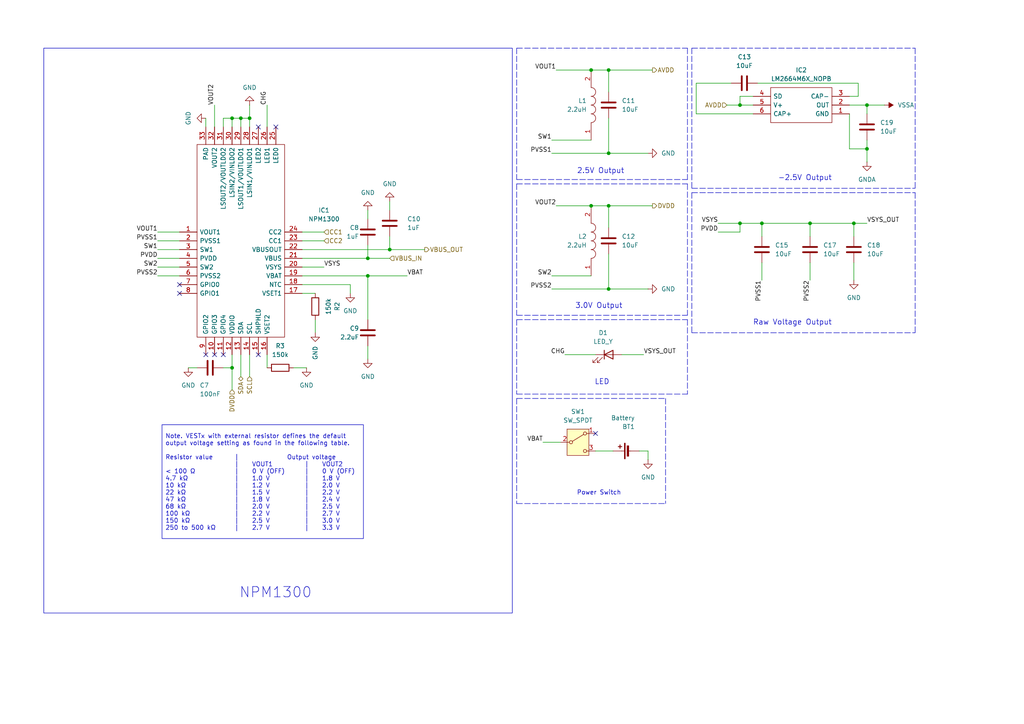
<source format=kicad_sch>
(kicad_sch (version 20231120) (generator "eeschema") (generator_version "8.0")
  (paper "A4")
  (lib_symbols
    (symbol "Device:Battery_Cell" (pin_numbers hide) (pin_names (offset 0) hide)
      (property "Reference" "BT" (at 2.54 2.54 0))
      (property "Value" "Battery_Cell" (at 2.54 0 0))
      (symbol "Battery_Cell_0_1"
        (rectangle (start -2.286 1.778) (end 2.286 1.524) (fill (type outline)))
        (rectangle (start -1.524 1.016) (end 1.524 0.508) (fill (type outline)))
        (polyline (pts (xy 0 0.762) (xy 0 0)))
        (polyline (pts (xy 0 1.778) (xy 0 2.54)))
        (polyline (pts (xy 0.762 3.048) (xy 1.778 3.048)) (stroke (width 0.254)))
        (polyline (pts (xy 1.27 3.556) (xy 1.27 2.54)) (stroke (width 0.254)))
      )
      (symbol "Battery_Cell_1_1"
        (pin passive line (at 0 5.08 270) (length 2.54) (name "+") (number "1"))
        (pin passive line (at 0 -2.54 90) (length 2.54) (name "-") (number "2"))
      )
    )
    (symbol "Device:C" (pin_numbers hide) (pin_names (offset 0.254))
      (property "Reference" "C" (at 0.635 2.54 0))
      (property "Value" "C" (at 0.635 -2.54 0))
      (symbol "C_0_1"
        (polyline (pts (xy -2.032 -0.762) (xy 2.032 -0.762)) (stroke (width 0.508)))
        (polyline (pts (xy -2.032 0.762) (xy 2.032 0.762)) (stroke (width 0.508)))
      )
      (symbol "C_1_1"
        (pin passive line (at 0 3.81 270) (length 2.794) (name "~") (number "1"))
        (pin passive line (at 0 -3.81 90) (length 2.794) (name "~") (number "2"))
      )
    )
    (symbol "Device:LED" (pin_numbers hide) (pin_names (offset 1.016) hide)
      (property "Reference" "D" (at 0 2.54 0))
      (property "Value" "LED" (at 0 -2.54 0))
      (symbol "LED_0_1"
        (polyline (pts (xy -1.27 -1.27) (xy -1.27 1.27)) (stroke (width 0.254)))
        (polyline (pts (xy -1.27 0) (xy 1.27 0)))
        (polyline (pts (xy 1.27 -1.27) (xy 1.27 1.27) (xy -1.27 0) (xy 1.27 -1.27)) (stroke (width 0.254)))
        (polyline (pts (xy -3.048 -0.762) (xy -4.572 -2.286) (xy -3.81 -2.286) (xy -4.572 -2.286) (xy -4.572 -1.524)))
        (polyline (pts (xy -1.778 -0.762) (xy -3.302 -2.286) (xy -2.54 -2.286) (xy -3.302 -2.286) (xy -3.302 -1.524)))
      )
      (symbol "LED_1_1"
        (pin passive line (at -3.81 0 0) (length 2.54) (name "K") (number "1"))
        (pin passive line (at 3.81 0 180) (length 2.54) (name "A") (number "2"))
      )
    )
    (symbol "Device:R" (pin_numbers hide) (pin_names (offset 0))
      (property "Reference" "R" (at 2.032 0 90))
      (property "Value" "R" (at 0 0 90))
      (symbol "R_0_1"
        (rectangle (start -1.016 -2.54) (end 1.016 2.54) (stroke (width 0.254)))
      )
      (symbol "R_1_1"
        (pin passive line (at 0 3.81 270) (length 1.27) (name "~") (number "1"))
        (pin passive line (at 0 -3.81 90) (length 1.27) (name "~") (number "2"))
      )
    )
    (symbol "LM2664M6X_NOPB:LM2664M6X_NOPB" (pin_names (offset 0.762))
      (property "Reference" "IC" (at 24.13 7.62 0))
      (property "Value" "LM2664M6X_NOPB" (at 24.13 5.08 0))
      (symbol "LM2664M6X_NOPB_0_0"
        (pin passive line (at 0 0 0) (length 5.08) (name "GND") (number "1"))
        (pin passive line (at 0 -2.54 0) (length 5.08) (name "OUT") (number "2"))
        (pin passive line (at 0 -5.08 0) (length 5.08) (name "CAP-") (number "3"))
        (pin passive line (at 27.94 -5.08 180) (length 5.08) (name "SD") (number "4"))
        (pin passive line (at 27.94 -2.54 180) (length 5.08) (name "V+") (number "5"))
        (pin passive line (at 27.94 0 180) (length 5.08) (name "CAP+") (number "6"))
      )
      (symbol "LM2664M6X_NOPB_0_1"
        (polyline (pts (xy 5.08 2.54) (xy 22.86 2.54) (xy 22.86 -7.62) (xy 5.08 -7.62) (xy 5.08 2.54)) (stroke (width 0.1524)))
      )
    )
    (symbol "MLP2016H2R2MT0S1:MLP2016H2R2MT0S1" (pin_names (offset 0.762))
      (property "Reference" "L" (at 16.51 6.35 0))
      (property "Value" "MLP2016H2R2MT0S1" (at 16.51 3.81 0))
      (symbol "MLP2016H2R2MT0S1_0_0"
        (pin passive line (at 0 0 0) (length 5.08) (name "~") (number "1"))
        (pin passive line (at 20.32 0 180) (length 5.08) (name "~") (number "2"))
      )
      (symbol "MLP2016H2R2MT0S1_0_1"
        (arc (start 5.08 0) (mid 6.35 -1.3218) (end 7.62 0) (stroke (width 0.1524)))
        (arc (start 7.62 0) (mid 8.89 -1.3218) (end 10.16 0) (stroke (width 0.1524)))
        (arc (start 10.16 0) (mid 11.43 -1.3218) (end 12.7 0) (stroke (width 0.1524)))
        (arc (start 12.7 0) (mid 13.97 -1.3218) (end 15.24 0) (stroke (width 0.1524)))
      )
    )
    (symbol "NPM1300-QEAA-R:NPM1300-QEAA-R" (pin_names (offset 0.762))
      (property "Reference" "IC" (at 31.75 30.48 0))
      (property "Value" "NPM1300-QEAA-R" (at 31.75 27.94 0))
      (symbol "NPM1300-QEAA-R_0_0"
        (pin power_in line (at 0 0 0) (length 5.08) (name "VOUT1") (number "1"))
        (pin bidirectional line (at 10.16 -35.56 90) (length 5.08) (name "GPIO3") (number "10"))
        (pin bidirectional line (at 12.7 -35.56 90) (length 5.08) (name "GPIO4") (number "11"))
        (pin power_in line (at 15.24 -35.56 90) (length 5.08) (name "VDDIO") (number "12"))
        (pin bidirectional line (at 17.78 -35.56 90) (length 5.08) (name "SDA") (number "13"))
        (pin input line (at 20.32 -35.56 90) (length 5.08) (name "SCL") (number "14"))
        (pin input line (at 22.86 -35.56 90) (length 5.08) (name "SHPHLD") (number "15"))
        (pin input line (at 25.4 -35.56 90) (length 5.08) (name "VSET2") (number "16"))
        (pin input line (at 35.56 -17.78 180) (length 5.08) (name "VSET1") (number "17"))
        (pin input line (at 35.56 -15.24 180) (length 5.08) (name "NTC") (number "18"))
        (pin power_in line (at 35.56 -12.7 180) (length 5.08) (name "VBAT") (number "19"))
        (pin power_in line (at 0 -2.54 0) (length 5.08) (name "PVSS1") (number "2"))
        (pin power_in line (at 35.56 -10.16 180) (length 5.08) (name "VSYS") (number "20"))
        (pin power_in line (at 35.56 -7.62 180) (length 5.08) (name "VBUS") (number "21"))
        (pin output line (at 35.56 -5.08 180) (length 5.08) (name "VBUSOUT") (number "22"))
        (pin input line (at 35.56 -2.54 180) (length 5.08) (name "CC1") (number "23"))
        (pin input line (at 35.56 0 180) (length 5.08) (name "CC2") (number "24"))
        (pin output line (at 27.94 30.48 270) (length 5.08) (name "LED0") (number "25"))
        (pin output line (at 25.4 30.48 270) (length 5.08) (name "LED1") (number "26"))
        (pin output line (at 22.86 30.48 270) (length 5.08) (name "LED2") (number "27"))
        (pin power_in line (at 20.32 30.48 270) (length 5.08) (name "LSIN1/VINLDO1") (number "28"))
        (pin power_in line (at 17.78 30.48 270) (length 5.08) (name "LSOUT1/VOUTLDO1") (number "29"))
        (pin power_in line (at 0 -5.08 0) (length 5.08) (name "SW1") (number "3"))
        (pin power_in line (at 15.24 30.48 270) (length 5.08) (name "LSIN2/VINLDO2") (number "30"))
        (pin power_in line (at 12.7 30.48 270) (length 5.08) (name "LSOUT2/VOUTLDO2") (number "31"))
        (pin power_in line (at 10.16 30.48 270) (length 5.08) (name "VOUT2") (number "32"))
        (pin power_in line (at 7.62 30.48 270) (length 5.08) (name "PAD") (number "33"))
        (pin power_in line (at 0 -7.62 0) (length 5.08) (name "PVDD") (number "4"))
        (pin power_in line (at 0 -10.16 0) (length 5.08) (name "SW2") (number "5"))
        (pin power_in line (at 0 -12.7 0) (length 5.08) (name "PVSS2") (number "6"))
        (pin bidirectional line (at 0 -15.24 0) (length 5.08) (name "GPIO0") (number "7"))
        (pin bidirectional line (at 0 -17.78 0) (length 5.08) (name "GPIO1") (number "8"))
        (pin bidirectional line (at 7.62 -35.56 90) (length 5.08) (name "GPIO2") (number "9"))
      )
      (symbol "NPM1300-QEAA-R_0_1"
        (polyline (pts (xy 5.08 25.4) (xy 30.48 25.4) (xy 30.48 -30.48) (xy 5.08 -30.48) (xy 5.08 25.4)) (stroke (width 0.1524)))
      )
    )
    (symbol "Switch:SW_SPDT" (pin_names (offset 0) hide)
      (property "Reference" "SW" (at 0 5.08 0))
      (property "Value" "SW_SPDT" (at 0 -5.08 0))
      (symbol "SW_SPDT_0_1"
        (circle (center -2.032 0) (radius 0.4572))
        (polyline (pts (xy -1.651 0.254) (xy 1.651 2.286)))
        (circle (center 2.032 -2.54) (radius 0.4572))
        (circle (center 2.032 2.54) (radius 0.4572))
      )
      (symbol "SW_SPDT_1_1"
        (rectangle (start -3.175 3.81) (end 3.175 -3.81) (fill (type background)))
        (pin passive line (at 5.08 2.54 180) (length 2.54) (name "A") (number "1"))
        (pin passive line (at -5.08 0 0) (length 2.54) (name "B") (number "2"))
        (pin passive line (at 5.08 -2.54 180) (length 2.54) (name "C") (number "3"))
      )
    )
    (symbol "power:GND" (power) (pin_numbers hide) (pin_names (offset 0) hide)
      (property "Value" "GND" (at 0 -3.81 0))
      (symbol "GND_0_1"
        (polyline (pts (xy 0 0) (xy 0 -1.27) (xy 1.27 -1.27) (xy 0 -2.54) (xy -1.27 -1.27) (xy 0 -1.27)))
      )
      (symbol "GND_1_1"
        (pin power_in line (at 0 0 270) (length 0) (name "~") (number "1"))
      )
    )
    (symbol "power:GNDA" (power) (pin_numbers hide) (pin_names (offset 0) hide)
      (property "Value" "GNDA" (at 0 -3.81 0))
      (symbol "GNDA_0_1"
        (polyline (pts (xy 0 0) (xy 0 -1.27) (xy 1.27 -1.27) (xy 0 -2.54) (xy -1.27 -1.27) (xy 0 -1.27)))
      )
      (symbol "GNDA_1_1"
        (pin power_in line (at 0 0 270) (length 0) (name "~") (number "1"))
      )
    )
    (symbol "power:VSSA" (power) (pin_numbers hide) (pin_names (offset 0) hide)
      (property "Value" "VSSA" (at 0 3.556 0))
      (symbol "VSSA_0_1"
        (polyline (pts (xy 0 0) (xy 0 2.54)))
        (polyline (pts (xy 0.762 1.27) (xy -0.762 1.27) (xy 0 2.54) (xy 0.762 1.27)) (fill (type outline)))
      )
      (symbol "VSSA_1_1"
        (pin power_in line (at 0 0 90) (length 0) (name "~") (number "1"))
      )
    )
  )
  (junction (at 171.45 20.32))
  (junction (at 106.68 74.93))
  (junction (at 176.53 44.45))
  (junction (at 176.53 59.69))
  (junction (at 214.63 30.48))
  (junction (at 171.45 59.69))
  (junction (at 106.68 80.01))
  (junction (at 251.46 43.18))
  (junction (at 234.95 64.77))
  (junction (at 247.65 64.77))
  (junction (at 176.53 83.82))
  (junction (at 113.03 72.39))
  (junction (at 69.85 34.29))
  (junction (at 251.46 30.48))
  (junction (at 67.31 34.29))
  (junction (at 72.39 34.29))
  (junction (at 214.63 64.77))
  (junction (at 220.98 64.77))
  (junction (at 176.53 20.32))
  (junction (at 67.31 106.68))
  (no_connect (at 64.77 102.87))
  (no_connect (at 52.07 82.55))
  (no_connect (at 172.72 125.73))
  (no_connect (at 80.01 36.83))
  (no_connect (at 59.69 102.87))
  (no_connect (at 52.07 85.09))
  (no_connect (at 74.93 102.87))
  (no_connect (at 62.23 102.87))
  (no_connect (at 74.93 36.83))
  (wire (pts (xy 91.44 92.71) (xy 91.44 96.52)))
  (wire (pts (xy 176.53 20.32) (xy 189.23 20.32)))
  (wire (pts (xy 208.28 67.31) (xy 214.63 67.31)))
  (wire (pts (xy 106.68 74.93) (xy 106.68 71.12)))
  (wire (pts (xy 67.31 34.29) (xy 69.85 34.29)))
  (wire (pts (xy 113.03 72.39) (xy 123.19 72.39)))
  (wire (pts (xy 101.6 82.55) (xy 101.6 85.09)))
  (wire (pts (xy 161.29 59.69) (xy 171.45 59.69)))
  (wire (pts (xy 214.63 30.48) (xy 214.63 27.94)))
  (wire (pts (xy 246.38 27.94) (xy 248.92 27.94)))
  (wire (pts (xy 171.45 20.32) (xy 176.53 20.32)))
  (wire (pts (xy 87.63 69.85) (xy 93.98 69.85)))
  (wire (pts (xy 187.96 130.81) (xy 185.42 130.81)))
  (wire (pts (xy 57.15 106.68) (xy 54.61 106.68)))
  (wire (pts (xy 45.72 72.39) (xy 52.07 72.39)))
  (wire (pts (xy 251.46 43.18) (xy 251.46 46.99)))
  (wire (pts (xy 67.31 106.68) (xy 64.77 106.68)))
  (wire (pts (xy 214.63 67.31) (xy 214.63 64.77)))
  (wire (pts (xy 45.72 67.31) (xy 52.07 67.31)))
  (wire (pts (xy 160.02 40.64) (xy 171.45 40.64)))
  (polyline (pts (xy 149.86 92.71) (xy 199.39 92.71)) (stroke (width 0) (type dash)))
  (wire (pts (xy 52.07 80.01) (xy 45.72 80.01)))
  (wire (pts (xy 172.72 130.81) (xy 177.8 130.81)))
  (wire (pts (xy 251.46 30.48) (xy 251.46 33.02)))
  (wire (pts (xy 214.63 64.77) (xy 220.98 64.77)))
  (wire (pts (xy 208.28 64.77) (xy 214.63 64.77)))
  (wire (pts (xy 163.83 102.87) (xy 172.72 102.87)))
  (wire (pts (xy 171.45 59.69) (xy 176.53 59.69)))
  (wire (pts (xy 69.85 36.83) (xy 69.85 34.29)))
  (wire (pts (xy 67.31 102.87) (xy 67.31 106.68)))
  (wire (pts (xy 248.92 24.13) (xy 219.71 24.13)))
  (wire (pts (xy 246.38 43.18) (xy 251.46 43.18)))
  (polyline (pts (xy 149.86 91.44) (xy 199.39 91.44)) (stroke (width 0) (type dash)))
  (polyline (pts (xy 200.66 54.61) (xy 265.43 54.61)) (stroke (width 0) (type dash)))
  (wire (pts (xy 64.77 34.29) (xy 67.31 34.29)))
  (wire (pts (xy 187.96 133.35) (xy 187.96 130.81)))
  (wire (pts (xy 157.48 128.27) (xy 162.56 128.27)))
  (wire (pts (xy 77.47 30.48) (xy 77.47 36.83)))
  (wire (pts (xy 87.63 72.39) (xy 113.03 72.39)))
  (polyline (pts (xy 149.86 53.34) (xy 149.86 91.44)) (stroke (width 0) (type dash)))
  (wire (pts (xy 64.77 36.83) (xy 64.77 34.29)))
  (wire (pts (xy 246.38 33.02) (xy 246.38 43.18)))
  (wire (pts (xy 69.85 34.29) (xy 72.39 34.29)))
  (polyline (pts (xy 199.39 92.71) (xy 199.39 114.3)) (stroke (width 0) (type dash)))
  (wire (pts (xy 251.46 30.48) (xy 256.54 30.48)))
  (wire (pts (xy 234.95 64.77) (xy 247.65 64.77)))
  (wire (pts (xy 113.03 58.42) (xy 113.03 60.96)))
  (polyline (pts (xy 200.66 96.52) (xy 265.43 96.52)) (stroke (width 0) (type dash)))
  (wire (pts (xy 52.07 74.93) (xy 45.72 74.93)))
  (polyline (pts (xy 149.86 53.34) (xy 199.39 53.34)) (stroke (width 0) (type dash)))
  (wire (pts (xy 212.09 24.13) (xy 201.93 24.13)))
  (wire (pts (xy 161.29 20.32) (xy 171.45 20.32)))
  (polyline (pts (xy 200.66 13.97) (xy 265.43 13.97)) (stroke (width 0) (type dash)))
  (polyline (pts (xy 200.66 13.97) (xy 200.66 54.61)) (stroke (width 0) (type dash)))
  (wire (pts (xy 72.39 109.22) (xy 72.39 102.87)))
  (wire (pts (xy 87.63 85.09) (xy 91.44 85.09)))
  (wire (pts (xy 59.69 34.29) (xy 59.69 36.83)))
  (wire (pts (xy 176.53 59.69) (xy 189.23 59.69)))
  (wire (pts (xy 201.93 24.13) (xy 201.93 33.02)))
  (wire (pts (xy 52.07 77.47) (xy 45.72 77.47)))
  (wire (pts (xy 72.39 34.29) (xy 72.39 36.83)))
  (polyline (pts (xy 199.39 13.97) (xy 199.39 52.07)) (stroke (width 0) (type dash)))
  (wire (pts (xy 106.68 100.33) (xy 106.68 104.14)))
  (wire (pts (xy 87.63 77.47) (xy 93.98 77.47)))
  (wire (pts (xy 220.98 64.77) (xy 234.95 64.77)))
  (polyline (pts (xy 193.04 115.57) (xy 193.04 146.05)) (stroke (width 0) (type dash)))
  (wire (pts (xy 77.47 102.87) (xy 77.47 106.68)))
  (wire (pts (xy 214.63 27.94) (xy 218.44 27.94)))
  (polyline (pts (xy 149.86 13.97) (xy 149.86 52.07)) (stroke (width 0) (type dash)))
  (wire (pts (xy 180.34 102.87) (xy 186.69 102.87)))
  (polyline (pts (xy 149.86 52.07) (xy 199.39 52.07)) (stroke (width 0) (type dash)))
  (wire (pts (xy 176.53 73.66) (xy 176.53 83.82)))
  (wire (pts (xy 176.53 59.69) (xy 176.53 66.04)))
  (wire (pts (xy 247.65 64.77) (xy 251.46 64.77)))
  (polyline (pts (xy 200.66 55.88) (xy 265.43 55.88)) (stroke (width 0) (type dash)))
  (wire (pts (xy 106.68 74.93) (xy 113.03 74.93)))
  (wire (pts (xy 106.68 60.96) (xy 106.68 63.5)))
  (polyline (pts (xy 265.43 55.88) (xy 265.43 96.52)) (stroke (width 0) (type dash)))
  (wire (pts (xy 176.53 34.29) (xy 176.53 44.45)))
  (wire (pts (xy 247.65 64.77) (xy 247.65 68.58)))
  (wire (pts (xy 176.53 20.32) (xy 176.53 26.67)))
  (wire (pts (xy 234.95 76.2) (xy 234.95 81.28)))
  (polyline (pts (xy 199.39 53.34) (xy 199.39 91.44)) (stroke (width 0) (type dash)))
  (wire (pts (xy 247.65 76.2) (xy 247.65 81.28)))
  (wire (pts (xy 67.31 36.83) (xy 67.31 34.29)))
  (wire (pts (xy 62.23 30.48) (xy 62.23 36.83)))
  (polyline (pts (xy 149.86 13.97) (xy 199.39 13.97)) (stroke (width 0) (type dash)))
  (polyline (pts (xy 149.86 146.05) (xy 193.04 146.05)) (stroke (width 0) (type dash)))
  (wire (pts (xy 45.72 69.85) (xy 52.07 69.85)))
  (wire (pts (xy 101.6 82.55) (xy 87.63 82.55)))
  (wire (pts (xy 176.53 83.82) (xy 160.02 83.82)))
  (wire (pts (xy 176.53 44.45) (xy 187.96 44.45)))
  (wire (pts (xy 248.92 27.94) (xy 248.92 24.13)))
  (polyline (pts (xy 265.43 13.97) (xy 265.43 54.61)) (stroke (width 0) (type dash)))
  (wire (pts (xy 220.98 64.77) (xy 220.98 68.58)))
  (polyline (pts (xy 200.66 55.88) (xy 200.66 96.52)) (stroke (width 0) (type dash)))
  (wire (pts (xy 67.31 106.68) (xy 67.31 113.03)))
  (wire (pts (xy 69.85 102.87) (xy 69.85 109.22)))
  (wire (pts (xy 93.98 67.31) (xy 87.63 67.31)))
  (wire (pts (xy 220.98 76.2) (xy 220.98 81.28)))
  (wire (pts (xy 106.68 80.01) (xy 118.11 80.01)))
  (wire (pts (xy 176.53 44.45) (xy 160.02 44.45)))
  (wire (pts (xy 85.09 106.68) (xy 88.9 106.68)))
  (wire (pts (xy 87.63 80.01) (xy 106.68 80.01)))
  (polyline (pts (xy 149.86 114.3) (xy 199.39 114.3)) (stroke (width 0) (type dash)))
  (wire (pts (xy 251.46 40.64) (xy 251.46 43.18)))
  (polyline (pts (xy 149.86 115.57) (xy 149.86 146.05)) (stroke (width 0) (type dash)))
  (polyline (pts (xy 149.86 115.57) (xy 193.04 115.57)) (stroke (width 0) (type dash)))
  (wire (pts (xy 106.68 80.01) (xy 106.68 92.71)))
  (wire (pts (xy 201.93 33.02) (xy 218.44 33.02)))
  (wire (pts (xy 160.02 80.01) (xy 171.45 80.01)))
  (wire (pts (xy 234.95 64.77) (xy 234.95 68.58)))
  (wire (pts (xy 87.63 74.93) (xy 106.68 74.93)))
  (wire (pts (xy 214.63 30.48) (xy 218.44 30.48)))
  (wire (pts (xy 113.03 68.58) (xy 113.03 72.39)))
  (wire (pts (xy 176.53 83.82) (xy 187.96 83.82)))
  (wire (pts (xy 246.38 30.48) (xy 251.46 30.48)))
  (polyline (pts (xy 149.86 92.71) (xy 149.86 114.3)) (stroke (width 0) (type dash)))
  (wire (pts (xy 72.39 30.48) (xy 72.39 34.29)))
  (wire (pts (xy 214.63 30.48) (xy 210.82 30.48)))
  (rectangle (start 12.7 13.97) (end 148.59 177.8))
  (text_box "Note. VESTx with external resistor defines the default output voltage setting as found in the following table.\n\nResistor value	|			Output voltage\n				|	VOUT1		|	VOUT2\n< 100 Ω			|	0 V (OFF)	|	0 V (OFF)\n4.7 kΩ 			|	1.0 V 		|	1.8 V\n10 kΩ 			|	1.2 V 		|	2.0 V\n22 kΩ 			|	1.5 V 		|	2.2 V\n47 kΩ 			|	1.8 V		| 	2.4 V\n68 kΩ 			|	2.0 V 		|	2.5 V\n100 kΩ 			|	2.2 V 		|	2.7 V\n150 kΩ 			|	2.5 V 		|	3.0 V\n250 to 500 kΩ 	|	2.7 V 		|	3.3 V" (at 46.99 123.19 0) (size 58.42 33.02) (effects (font (size 1.27 1.27)) (justify left)))
  (text "-2.5V Output" (at 241.3 52.578 0) (effects (font (size 1.524 1.524)) (justify right bottom)))
  (text "Raw Voltage Output" (at 241.3 94.488 0) (effects (font (size 1.524 1.524)) (justify right bottom)))
  (text "3.0V Output" (at 180.594 89.662 0) (effects (font (size 1.524 1.524)) (justify right bottom)))
  (text "Power Switch" (at 173.736 143.002 0) (effects (font (size 1.27 1.27))))
  (text "2.5V Output" (at 181.102 50.546 0) (effects (font (size 1.524 1.524)) (justify right bottom)))
  (text "LED" (at 176.784 111.76 0) (effects (font (size 1.524 1.524)) (justify right bottom)))
  (text "NPM1300" (at 69.342 173.736 0) (effects (font (size 2.9972 2.9972)) (justify left bottom)))
  (label "PVSS2" (at 234.95 81.28 270))
  (label "VSYS_OUT" (at 251.46 64.77 0))
  (label "PVSS1" (at 45.72 69.85 180))
  (label "VOUT1" (at 45.72 67.31 180))
  (label "CHG" (at 77.47 30.48 90))
  (label "CHG" (at 163.83 102.87 180))
  (label "VSYS" (at 208.28 64.77 180))
  (label "SW2" (at 160.02 80.01 180))
  (label "VSYS" (at 93.98 77.47 0))
  (label "VOUT1" (at 161.29 20.32 180))
  (label "VSYS_OUT" (at 186.69 102.87 0))
  (label "PVSS1" (at 220.98 81.28 270))
  (label "VBAT" (at 118.11 80.01 0))
  (label "SW2" (at 45.72 77.47 180))
  (label "PVSS1" (at 160.02 44.45 180))
  (label "PVSS2" (at 160.02 83.82 180))
  (label "VOUT2" (at 161.29 59.69 180))
  (label "SW1" (at 160.02 40.64 180))
  (label "PVSS2" (at 45.72 80.01 180))
  (label "SW1" (at 45.72 72.39 180))
  (label "VBAT" (at 157.48 128.27 180))
  (label "PVDD" (at 45.72 74.93 180))
  (label "VOUT2" (at 62.23 30.48 90))
  (label "PVDD" (at 208.28 67.31 180))
  (hierarchical_label "CC1" (shape input) (at 93.98 67.31 0))
  (hierarchical_label "AVDD" (shape input) (at 210.82 30.48 180))
  (hierarchical_label "AVDD" (shape output) (at 189.23 20.32 0))
  (hierarchical_label "CC2" (shape input) (at 93.98 69.85 0))
  (hierarchical_label "VBUS_IN" (shape input) (at 113.03 74.93 0))
  (hierarchical_label "DVDD" (shape input) (at 67.31 113.03 270))
  (hierarchical_label "SDA" (shape bidirectional) (at 69.85 109.22 270))
  (hierarchical_label "VBUS_OUT" (shape output) (at 123.19 72.39 0))
  (hierarchical_label "SCL" (shape input) (at 72.39 109.22 270))
  (hierarchical_label "DVDD" (shape output) (at 189.23 59.69 0))
  (symbol (lib_id "power:GND") (at 247.65 81.28 0) (unit 1)
    (property "Reference" "#PWR024" (effects (hide yes)))
    (property "Value" "GND" (at 247.65 86.36 0))
    (property "Description" "Power symbol creates a global label with name \"GND\" , ground" (effects (hide yes)))
  )
  (symbol (lib_id "Device:C") (at 220.98 72.39 180) (unit 1)
    (property "Reference" "C15" (at 224.79 71.1199 0) (effects (justify right)))
    (property "Value" "10uF" (at 224.79 73.6599 0) (effects (justify right)))
    (property "Footprint" "Capacitor_SMD:C_0402_1005Metric" (effects (hide yes)))
    (property "Description" "10V 10uF X5R ±20% 0402  Multilayer Ceramic Capacitors MLCC - SMD/SMT ROHS" (effects (hide yes)))
    (property "Type" "Surface Mount " (effects (hide yes)))
    (property "Package" "0402 (1005 Metric)" (effects (hide yes)))
    (property "MANUFACTURER" "Murata Electronics" (effects (hide yes)))
    (property "MANUFACTURER_PART_NUMBER" "GRM155R61A106ME44D" (effects (hide yes)))
  )
  (symbol (lib_id "LM2664M6X_NOPB:LM2664M6X_NOPB") (at 246.38 33.02 180) (unit 1)
    (property "Reference" "IC2" (at 232.41 20.32 0))
    (property "Value" "LM2664M6X_NOPB" (at 232.41 22.86 0))
    (property "Footprint" "LM2664M6X_NOPB:SOT95P280X145-6N" (effects (hide yes)))
    (property "Datasheet" "https://componentsearchengine.com/Datasheets/2/LM2664M6X_NOPB.pdf" (effects (hide yes)))
    (property "Description" "Switching Voltage Regulators Switched Capacitor Vtg Cnvtr" (effects (hide yes)))
    (property "Height" "1.45" (effects (hide yes)))
    (property "Manufacturer_Name" "Texas Instruments" (effects (hide yes)))
    (property "Manufacturer_Part_Number" "LM2664M6X/NOPB" (effects (hide yes)))
    (property "Mouser Part Number" "926-LM2664M6X/NOPB" (effects (hide yes)))
    (property "Mouser Price/Stock" "https://www.mouser.co.uk/ProductDetail/Texas-Instruments/LM2664M6X-NOPB?qs=X1J7HmVL2ZHEhyIijWLH%252BA%3D%3D" (effects (hide yes)))
    (property "Arrow Part Number" "LM2664M6X/NOPB" (effects (hide yes)))
    (property "Arrow Price/Stock" "https://www.arrow.com/en/products/lm2664m6xnopb/texas-instruments?region=nac" (effects (hide yes)))
    (property "Type" "Surface Mount " (effects (hide yes)))
    (property "MANUFACTURER" "Texas Instruments " (effects (hide yes)))
    (property "MANUFACTURER_PART_NUMBER" "LM2664M6X/NOPB " (effects (hide yes)))
    (property "Package" "SOT-23-6" (effects (hide yes)))
  )
  (symbol (lib_id "Device:C") (at 251.46 36.83 180) (unit 1)
    (property "Reference" "C19" (at 255.27 35.5599 0) (effects (justify right)))
    (property "Value" "10uF" (at 255.27 38.0999 0) (effects (justify right)))
    (property "Footprint" "Capacitor_SMD:C_0402_1005Metric" (effects (hide yes)))
    (property "Description" "10V 10uF X5R ±20% 0402  Multilayer Ceramic Capacitors MLCC - SMD/SMT ROHS" (effects (hide yes)))
    (property "Type" "Surface Mount " (effects (hide yes)))
    (property "Package" "0402 (1005 Metric)" (effects (hide yes)))
    (property "MANUFACTURER" "Murata Electronics" (effects (hide yes)))
    (property "MANUFACTURER_PART_NUMBER" "GRM155R61A106ME44D" (effects (hide yes)))
  )
  (symbol (lib_id "Device:C") (at 247.65 72.39 180) (unit 1)
    (property "Reference" "C18" (at 251.46 71.1199 0) (effects (justify right)))
    (property "Value" "10uF" (at 251.46 73.6599 0) (effects (justify right)))
    (property "Footprint" "Capacitor_SMD:C_0402_1005Metric" (effects (hide yes)))
    (property "Description" "10V 10uF X5R ±20% 0402  Multilayer Ceramic Capacitors MLCC - SMD/SMT ROHS" (effects (hide yes)))
    (property "Type" "Surface Mount " (effects (hide yes)))
    (property "Package" "0402 (1005 Metric)" (effects (hide yes)))
    (property "MANUFACTURER" "Murata Electronics" (effects (hide yes)))
    (property "MANUFACTURER_PART_NUMBER" "GRM155R61A106ME44D" (effects (hide yes)))
  )
  (symbol (lib_id "Device:C") (at 176.53 69.85 180) (unit 1)
    (property "Reference" "C12" (at 180.34 68.5799 0) (effects (justify right)))
    (property "Value" "10uF" (at 180.34 71.1199 0) (effects (justify right)))
    (property "Footprint" "Capacitor_SMD:C_0402_1005Metric" (effects (hide yes)))
    (property "Description" "10V 10uF X5R ±20% 0402  Multilayer Ceramic Capacitors MLCC - SMD/SMT ROHS" (effects (hide yes)))
    (property "Type" "Surface Mount " (effects (hide yes)))
    (property "Package" "0402 (1005 Metric)" (effects (hide yes)))
    (property "MANUFACTURER" "Murata Electronics" (effects (hide yes)))
    (property "MANUFACTURER_PART_NUMBER" "GRM155R61A106ME44D" (effects (hide yes)))
  )
  (symbol (lib_id "power:GND") (at 59.69 34.29 270) (unit 1)
    (property "Reference" "#PWR013" (effects (hide yes)))
    (property "Value" "GND" (at 54.61 34.29 0))
    (property "Description" "Power symbol creates a global label with name \"GND\" , ground" (effects (hide yes)))
  )
  (symbol (lib_id "Device:C") (at 113.03 64.77 180) (unit 1)
    (property "Reference" "C10" (at 118.11 63.4999 0) (effects (justify right)))
    (property "Value" "1uF" (at 118.11 66.0399 0) (effects (justify right)))
    (property "Footprint" "Capacitor_SMD:C_0402_1005Metric" (effects (hide yes)))
    (property "Description" "10V 1uF X5R ±10% 0402  Multilayer Ceramic Capacitors MLCC - SMD/SMT ROHS" (effects (hide yes)))
    (property "Type" "Surface Mount " (effects (hide yes)))
    (property "Package" "0402 (1005 Metric)" (effects (hide yes)))
    (property "MANUFACTURER" "Murata Electronics" (effects (hide yes)))
    (property "MANUFACTURER_PART_NUMBER" "GRM155R61A105KE15D" (effects (hide yes)))
  )
  (symbol (lib_id "power:GND") (at 106.68 104.14 0) (unit 1)
    (property "Reference" "#PWR017" (effects (hide yes)))
    (property "Value" "GND" (at 106.68 109.22 0))
    (property "Description" "Power symbol creates a global label with name \"GND\" , ground" (effects (hide yes)))
  )
  (symbol (lib_id "Device:R") (at 91.44 88.9 180) (unit 1)
    (property "Reference" "R2" (at 97.79 88.9 90))
    (property "Value" "150k" (at 95.25 88.9 90))
    (property "Footprint" "Resistor_SMD:R_0402_1005Metric" (effects (hide yes)))
    (property "Description" "62.5mW Thick Film Resistors 50V ±100ppm/℃ ±1% 150kΩ 0402  Chip Resistor - Surface Mount ROHS" (effects (hide yes)))
    (property "Type" "Surface Mount " (effects (hide yes)))
    (property "MANUFACTURER" "YAGEO" (effects (hide yes)))
    (property "MANUFACTURER_PART_NUMBER" "RC0402FR-07150KL" (effects (hide yes)))
    (property "Package" "0402 (1005 Metric)" (effects (hide yes)))
  )
  (symbol (lib_id "power:GND") (at 187.96 133.35 0) (unit 1)
    (property "Reference" "#PWR019" (effects (hide yes)))
    (property "Value" "GND" (at 187.96 138.43 0))
    (property "Description" "Power symbol creates a global label with name \"GND\" , ground" (effects (hide yes)))
  )
  (symbol (lib_id "Device:C") (at 234.95 72.39 180) (unit 1)
    (property "Reference" "C17" (at 238.76 71.1199 0) (effects (justify right)))
    (property "Value" "10uF" (at 238.76 73.6599 0) (effects (justify right)))
    (property "Footprint" "Capacitor_SMD:C_0402_1005Metric" (effects (hide yes)))
    (property "Description" "10V 10uF X5R ±20% 0402  Multilayer Ceramic Capacitors MLCC - SMD/SMT ROHS" (effects (hide yes)))
    (property "Type" "Surface Mount " (effects (hide yes)))
    (property "Package" "0402 (1005 Metric)" (effects (hide yes)))
    (property "MANUFACTURER" "Murata Electronics" (effects (hide yes)))
    (property "MANUFACTURER_PART_NUMBER" "GRM155R61A106ME44D" (effects (hide yes)))
  )
  (symbol (lib_id "Device:C") (at 106.68 67.31 180) (unit 1)
    (property "Reference" "C8" (at 104.14 66.0399 0) (effects (justify left)))
    (property "Value" "1uF" (at 104.14 68.5799 0) (effects (justify left)))
    (property "Footprint" "Capacitor_SMD:C_0402_1005Metric" (effects (hide yes)))
    (property "Description" "10V 1uF X5R ±10% 0402  Multilayer Ceramic Capacitors MLCC - SMD/SMT ROHS" (effects (hide yes)))
    (property "Type" "Surface Mount " (effects (hide yes)))
    (property "Package" "0402 (1005 Metric)" (effects (hide yes)))
    (property "MANUFACTURER" "Murata Electronics" (effects (hide yes)))
    (property "MANUFACTURER_PART_NUMBER" "GRM155R61A105KE15D" (effects (hide yes)))
  )
  (symbol (lib_id "Switch:SW_SPDT") (at 167.64 128.27 0) (unit 1)
    (property "Reference" "SW1" (at 167.64 119.38 0))
    (property "Value" "SW_SPDT" (at 167.64 121.92 0))
    (property "Footprint" "MK-12C02-G020:MK-12C02-G020_GSW" (effects (hide yes)))
    (property "Description" "Right Angle 1A SPDT 6V Black Slide Switches ROHS" (effects (hide yes)))
    (property "MANUFACTURER" "G-Switch" (effects (hide yes)))
    (property "MANUFACTURER_PART_NUMBER" "MK-12C02-G020" (effects (hide yes)))
    (property "Package" "SMD" (effects (hide yes)))
    (property "Type" "Surface Mount" (effects (hide yes)))
  )
  (symbol (lib_id "Device:C") (at 215.9 24.13 90) (unit 1)
    (property "Reference" "C13" (at 215.9 16.51 90))
    (property "Value" "10uF" (at 215.9 19.05 90))
    (property "Footprint" "Capacitor_SMD:C_0402_1005Metric" (effects (hide yes)))
    (property "Description" "10V 10uF X5R ±20% 0402  Multilayer Ceramic Capacitors MLCC - SMD/SMT ROHS" (effects (hide yes)))
    (property "Type" "Surface Mount " (effects (hide yes)))
    (property "Package" "0402 (1005 Metric)" (effects (hide yes)))
    (property "MANUFACTURER" "Murata Electronics" (effects (hide yes)))
    (property "MANUFACTURER_PART_NUMBER" "GRM155R61A106ME44D" (effects (hide yes)))
  )
  (symbol (lib_id "Device:Battery_Cell") (at 182.88 130.81 90) (unit 1) (in_bom no)
    (property "Reference" "BT1" (at 184.15 123.7616 90) (effects (justify left)))
    (property "Value" "Battery" (at 184.15 121.2216 90) (effects (justify left)))
    (property "Footprint" "Connector_PinHeader_1.27mm:PinHeader_1x02_P1.27mm_Vertical" (effects (hide yes)))
    (property "Description" "1x2P 2P 1 1.25mm 2 -25℃~+85℃ 1A Straight Plugin,P=1.25mm  Wire To Board / Wire To Wire Connector ROHS" (effects (hide yes)))
    (property "Type" "Through Hole " (effects (hide yes)))
    (property "MANUFACTURER" "CAX" (effects (hide yes)))
    (property "MANUFACTURER_PART_NUMBER" "1.25T-2A" (effects (hide yes)))
    (property "Package" "2POS" (effects (hide yes)))
  )
  (symbol (lib_id "power:GND") (at 113.03 58.42 180) (unit 1)
    (property "Reference" "#PWR018" (effects (hide yes)))
    (property "Value" "GND" (at 113.03 53.34 0))
    (property "Description" "Power symbol creates a global label with name \"GND\" , ground" (effects (hide yes)))
  )
  (symbol (lib_id "power:VSSA") (at 256.54 30.48 270) (unit 1)
    (property "Reference" "#PWR050" (effects (hide yes)))
    (property "Value" "VSSA" (at 260.35 30.4799 90) (effects (justify left)))
    (property "Description" "Power symbol creates a global label with name \"VSSA\"" (effects (hide yes)))
  )
  (symbol (lib_id "power:GND") (at 187.96 83.82 90) (unit 1)
    (property "Reference" "#PWR021" (effects (hide yes)))
    (property "Value" "GND" (at 191.77 83.8199 90) (effects (justify right)))
    (property "Description" "Power symbol creates a global label with name \"GND\" , ground" (effects (hide yes)))
  )
  (symbol (lib_id "Device:R") (at 81.28 106.68 270) (unit 1)
    (property "Reference" "R3" (at 81.28 100.33 90))
    (property "Value" "150k" (at 81.28 102.87 90))
    (property "Footprint" "Resistor_SMD:R_0402_1005Metric" (effects (hide yes)))
    (property "Description" "62.5mW Thick Film Resistors 50V ±100ppm/℃ ±1% 150kΩ 0402  Chip Resistor - Surface Mount ROHS" (effects (hide yes)))
    (property "Type" "Surface Mount " (effects (hide yes)))
    (property "MANUFACTURER" "YAGEO" (effects (hide yes)))
    (property "MANUFACTURER_PART_NUMBER" "RC0402FR-07150KL" (effects (hide yes)))
    (property "Package" "0402 (1005 Metric)" (effects (hide yes)))
  )
  (symbol (lib_id "MLP2016H2R2MT0S1:MLP2016H2R2MT0S1") (at 171.45 80.01 90) (unit 1)
    (property "Reference" "L2" (at 170.18 68.5799 90) (effects (justify left)))
    (property "Value" "2.2uH" (at 170.18 71.1199 90) (effects (justify left)))
    (property "Footprint" "MLP2016H2R2MT0S1:INDC2016X100N" (effects (hide yes)))
    (property "Datasheet" "https://product.tdk.com/system/files/dam/doc/product/inductor/inductor/smd/catalog/inductor_commercial_power_mlp2016_en.pdf" (effects (hide yes)))
    (property "Description" "SMD / SMT Inductors (Coils), L=2.2?H, L x W x T :" (effects (hide yes)))
    (property "Height" "1" (effects (hide yes)))
    (property "Manufacturer_Name" "TDK" (effects (hide yes)))
    (property "Manufacturer_Part_Number" "MLP2016H2R2MT0S1" (effects (hide yes)))
    (property "Mouser Part Number" "810-MLP2016H2R2MT0S1" (effects (hide yes)))
    (property "Mouser Price/Stock" "https://www.mouser.co.uk/ProductDetail/TDK/MLP2016H2R2MT0S1?qs=%2FPzWLGNeQ%252BgIIGDjjVUZ%2Fg%3D%3D" (effects (hide yes)))
    (property "Arrow Part Number" "MLP2016H2R2MT0S1" (effects (hide yes)))
    (property "Arrow Price/Stock" "https://www.arrow.com/en/products/mlp2016h2r2mt0s1/tdk?region=nac" (effects (hide yes)))
    (property "Type" "Surface Mount " (effects (hide yes)))
    (property "MANUFACTURER" "TDK Corporation" (effects (hide yes)))
    (property "MANUFACTURER_PART_NUMBER" "MLP2016H2R2MT0S1" (effects (hide yes)))
    (property "Package" "0806 (2016 Metric)" (effects (hide yes)))
  )
  (symbol (lib_id "power:GND") (at 54.61 106.68 0) (unit 1)
    (property "Reference" "#PWR010" (effects (hide yes)))
    (property "Value" "GND" (at 54.61 111.76 0))
    (property "Description" "Power symbol creates a global label with name \"GND\" , ground" (effects (hide yes)))
  )
  (symbol (lib_id "power:GND") (at 187.96 44.45 90) (unit 1)
    (property "Reference" "#PWR020" (effects (hide yes)))
    (property "Value" "GND" (at 191.77 44.4499 90) (effects (justify right)))
    (property "Description" "Power symbol creates a global label with name \"GND\" , ground" (effects (hide yes)))
  )
  (symbol (lib_id "power:GND") (at 101.6 85.09 0) (unit 1)
    (property "Reference" "#PWR015" (effects (hide yes)))
    (property "Value" "GND" (at 101.6 90.17 0))
    (property "Description" "Power symbol creates a global label with name \"GND\" , ground" (effects (hide yes)))
  )
  (symbol (lib_id "power:GND") (at 88.9 106.68 0) (unit 1)
    (property "Reference" "#PWR012" (effects (hide yes)))
    (property "Value" "GND" (at 88.9 111.76 0))
    (property "Description" "Power symbol creates a global label with name \"GND\" , ground" (effects (hide yes)))
  )
  (symbol (lib_id "power:GNDA") (at 251.46 46.99 0) (unit 1)
    (property "Reference" "#PWR025" (effects (hide yes)))
    (property "Value" "GNDA" (at 251.46 52.07 0))
    (property "Description" "Power symbol creates a global label with name \"GNDA\" , analog ground" (effects (hide yes)))
  )
  (symbol (lib_id "Device:C") (at 106.68 96.52 180) (unit 1)
    (property "Reference" "C9" (at 104.14 95.2499 0) (effects (justify left)))
    (property "Value" "2.2uF" (at 104.14 97.7899 0) (effects (justify left)))
    (property "Footprint" "Capacitor_SMD:C_0402_1005Metric" (effects (hide yes)))
    (property "Description" "10V 2.2uF X7R ±10% 0402  Multilayer Ceramic Capacitors MLCC - SMD/SMT ROHS" (effects (hide yes)))
    (property "Type" "Surface Mount " (effects (hide yes)))
    (property "Package" "0402 (1005 Metric)" (effects (hide yes)))
    (property "MANUFACTURER" "Murata Electronics" (effects (hide yes)))
    (property "MANUFACTURER_PART_NUMBER" "GRM155Z71A225KE01D" (effects (hide yes)))
  )
  (symbol (lib_id "power:GND") (at 72.39 30.48 180) (unit 1)
    (property "Reference" "#PWR014" (effects (hide yes)))
    (property "Value" "GND" (at 72.39 25.4 0))
    (property "Description" "Power symbol creates a global label with name \"GND\" , ground" (effects (hide yes)))
  )
  (symbol (lib_id "Device:C") (at 60.96 106.68 270) (unit 1)
    (property "Reference" "C7" (at 57.912 111.76 90) (effects (justify left)))
    (property "Value" "100nF" (at 57.912 114.3 90) (effects (justify left)))
    (property "Footprint" "Capacitor_SMD:C_0402_1005Metric" (effects (hide yes)))
    (property "Description" "16V 100nF X7R ±10% 0402  Multilayer Ceramic Capacitors MLCC - SMD/SMT ROHS" (effects (hide yes)))
    (property "Type" "Surface Mount " (effects (hide yes)))
    (property "Package" "0402 (1005 Metric)" (effects (hide yes)))
    (property "MANUFACTURER" "Murata Electronics" (effects (hide yes)))
    (property "MANUFACTURER_PART_NUMBER" "GRM155R71C104KA88D" (effects (hide yes)))
  )
  (symbol (lib_id "MLP2016H2R2MT0S1:MLP2016H2R2MT0S1") (at 171.45 40.64 90) (unit 1)
    (property "Reference" "L1" (at 170.18 29.2099 90) (effects (justify left)))
    (property "Value" "2.2uH" (at 170.18 31.7499 90) (effects (justify left)))
    (property "Footprint" "MLP2016H2R2MT0S1:INDC2016X100N" (effects (hide yes)))
    (property "Datasheet" "https://product.tdk.com/system/files/dam/doc/product/inductor/inductor/smd/catalog/inductor_commercial_power_mlp2016_en.pdf" (effects (hide yes)))
    (property "Description" "SMD / SMT Inductors (Coils), L=2.2?H, L x W x T :" (effects (hide yes)))
    (property "Height" "1" (effects (hide yes)))
    (property "Manufacturer_Name" "TDK" (effects (hide yes)))
    (property "Manufacturer_Part_Number" "MLP2016H2R2MT0S1" (effects (hide yes)))
    (property "Mouser Part Number" "810-MLP2016H2R2MT0S1" (effects (hide yes)))
    (property "Mouser Price/Stock" "https://www.mouser.co.uk/ProductDetail/TDK/MLP2016H2R2MT0S1?qs=%2FPzWLGNeQ%252BgIIGDjjVUZ%2Fg%3D%3D" (effects (hide yes)))
    (property "Arrow Part Number" "MLP2016H2R2MT0S1" (effects (hide yes)))
    (property "Arrow Price/Stock" "https://www.arrow.com/en/products/mlp2016h2r2mt0s1/tdk?region=nac" (effects (hide yes)))
    (property "Type" "Surface Mount " (effects (hide yes)))
    (property "MANUFACTURER" "TDK Corporation" (effects (hide yes)))
    (property "MANUFACTURER_PART_NUMBER" "MLP2016H2R2MT0S1" (effects (hide yes)))
    (property "Package" "0806 (2016 Metric)" (effects (hide yes)))
  )
  (symbol (lib_id "Device:C") (at 176.53 30.48 180) (unit 1)
    (property "Reference" "C11" (at 180.34 29.2099 0) (effects (justify right)))
    (property "Value" "10uF" (at 180.34 31.7499 0) (effects (justify right)))
    (property "Footprint" "Capacitor_SMD:C_0402_1005Metric" (effects (hide yes)))
    (property "Description" "10V 10uF X5R ±20% 0402  Multilayer Ceramic Capacitors MLCC - SMD/SMT ROHS" (effects (hide yes)))
    (property "Type" "Surface Mount " (effects (hide yes)))
    (property "Package" "0402 (1005 Metric)" (effects (hide yes)))
    (property "MANUFACTURER" "Murata Electronics" (effects (hide yes)))
    (property "MANUFACTURER_PART_NUMBER" "GRM155R61A106ME44D" (effects (hide yes)))
  )
  (symbol (lib_id "Device:LED") (at 176.53 102.87 0) (unit 1)
    (property "Reference" "D1" (at 174.9425 96.52 0))
    (property "Value" "LED_Y" (at 174.9425 99.06 0))
    (property "Footprint" "LED_SMD:LED_0603_1608Metric" (effects (hide yes)))
    (property "Description" "20mA -40℃~+85℃ 585.5nm~591.5nm Yellow 120° 60mW 0603  Light Emitting Diodes (LED) ROHS" (effects (hide yes)))
    (property "Type" "Surface Mount " (effects (hide yes)))
    (property "Package" "0603 (1608 Metric)" (effects (hide yes)))
    (property "MANUFACTURER" "Everlight Elec" (effects (hide yes)))
    (property "MANUFACTURER_PART_NUMBER" "19-213/Y2C-CQ2R2L/3T(CY)" (effects (hide yes)))
  )
  (symbol (lib_id "power:GND") (at 91.44 96.52 0) (unit 1)
    (property "Reference" "#PWR011" (effects (hide yes)))
    (property "Value" "GND" (at 91.4401 100.33 90) (effects (justify right)))
    (property "Description" "Power symbol creates a global label with name \"GND\" , ground" (effects (hide yes)))
  )
  (symbol (lib_id "NPM1300-QEAA-R:NPM1300-QEAA-R") (at 52.07 67.31 0) (unit 1)
    (property "Reference" "IC1" (at 93.98 60.9914 0))
    (property "Value" "NPM1300" (at 93.98 63.5314 0))
    (property "Footprint" "NPM1300-QEAA-R:QFN50P500X500X90-33N" (effects (hide yes)))
    (property "Datasheet" "https://infocenter.nordicsemi.com/index.jsp?topic=%2Fstruct_pmic%2Fstruct%2Fnpm1300.html" (effects (hide yes)))
    (property "Description" "Battery Management Power Management IC (PMIC) with unique system management features, QFN32" (effects (hide yes)))
    (property "Height" "0.9" (effects (hide yes)))
    (property "Manufacturer_Name" "Nordic Semiconductor" (effects (hide yes)))
    (property "Manufacturer_Part_Number" "NPM1300-QEAA-R" (effects (hide yes)))
    (property "Mouser Part Number" "949-NPM1300-QEAA-R" (effects (hide yes)))
    (property "Mouser Price/Stock" "https://www.mouser.co.uk/ProductDetail/Nordic-Semiconductor/nPM1300-QEAA-R?qs=3pZoU%2F6IRTiFavqFmjPoaw%3D%3D" (effects (hide yes)))
    (property "Arrow Part Number" "NPM1300-QEAA-R" (effects (hide yes)))
    (property "Arrow Price/Stock" "https://www.arrow.com/en/products/npm1300-qeaa-r/nordic-semiconductor?region=nac" (effects (hide yes)))
    (property "MANUFACTURER" "NORDIC SEMICONDUCTOR" (effects (hide yes)))
    (property "MANUFACTURER_PART_NUMBER" "nPM1300-QEAA-R" (effects (hide yes)))
    (property "Package" "QFN-32" (effects (hide yes)))
    (property "Type" "Surface Mount " (effects (hide yes)))
  )
  (symbol (lib_id "power:GND") (at 106.68 60.96 180) (unit 1)
    (property "Reference" "#PWR016" (effects (hide yes)))
    (property "Value" "GND" (at 106.68 55.88 0))
    (property "Description" "Power symbol creates a global label with name \"GND\" , ground" (effects (hide yes)))
  )
)
</source>
